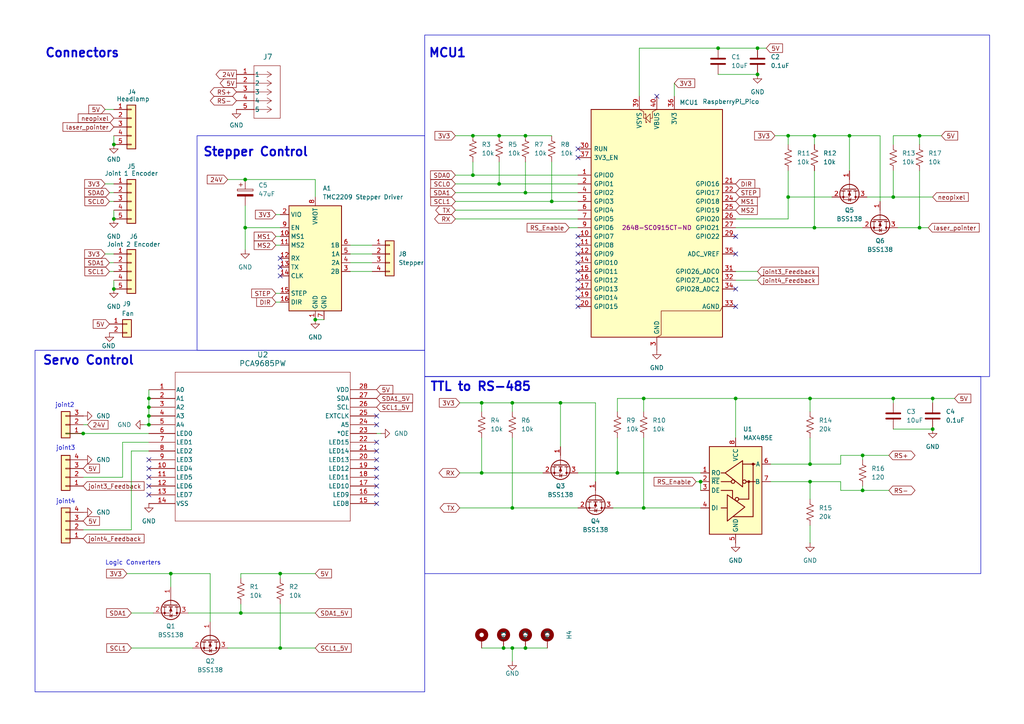
<source format=kicad_sch>
(kicad_sch (version 20250114) (generator "eeschema") (generator_version "9.0")
  (paper "A4")
  (rectangle (start 57.15 39.37) (end 123.19 101.6))
  (rectangle (start 123.19 109.22) (end 284.48 166.37))
  (rectangle (start 123.19 10.16) (end 287.02 109.22))
  (rectangle (start 10.16 101.6) (end 123.19 200.66))
  (text "MCU1" (at 129.794 15.494 0) (effects (font (size 2.54 2.54) (thickness 0.508) (bold yes))))
  (text "TTL to RS-485\n" (at 139.446 112.268 0) (effects (font (size 2.54 2.54) (thickness 0.508) (bold yes))))
  (text "joint3" (at 19.05 130.048 0) (effects (font (size 1.27 1.27))))
  (text "joint2" (at 18.796 117.602 0) (effects (font (size 1.27 1.27))))
  (text "Servo Control" (at 25.654 104.648 0) (effects (font (size 2.54 2.54) (thickness 0.508) (bold yes))))
  (text "joint4" (at 19.05 145.542 0) (effects (font (size 1.27 1.27))))
  (text "Logic Converters" (at 38.608 163.322 0) (effects (font (size 1.27 1.27))))
  (text "Stepper Control" (at 74.168 44.196 0) (effects (font (size 2.54 2.54) (thickness 0.508) (bold yes))))
  (text "Connectors" (at 23.876 15.494 0) (effects (font (size 2.54 2.54) (thickness 0.508) (bold yes))))
  (junction (at 71.12 52.07))
  (junction (at 24.13 125.73))
  (junction (at 250.19 142.24))
  (junction (at 234.95 115.57))
  (junction (at 270.51 124.46))
  (junction (at 139.7 116.84))
  (junction (at 208.28 13.97))
  (junction (at 234.95 134.62))
  (junction (at 49.53 166.37))
  (junction (at 266.7 39.37))
  (junction (at 160.02 58.42))
  (junction (at 236.22 66.04))
  (junction (at 137.16 39.37))
  (junction (at 186.69 147.32))
  (junction (at 270.51 115.57))
  (junction (at 43.18 115.57))
  (junction (at 91.44 92.71))
  (junction (at 266.7 66.04))
  (junction (at 228.6 39.37))
  (junction (at 71.12 66.04))
  (junction (at 137.16 50.8))
  (junction (at 219.71 13.97))
  (junction (at 148.59 116.84))
  (junction (at 246.38 39.37))
  (junction (at 144.78 53.34))
  (junction (at 228.6 57.15))
  (junction (at 259.08 115.57))
  (junction (at 179.07 137.16))
  (junction (at 69.85 177.8))
  (junction (at 148.59 147.32))
  (junction (at 203.2 139.7))
  (junction (at 250.19 132.08))
  (junction (at 81.28 166.37))
  (junction (at 43.18 120.65))
  (junction (at 236.22 39.37))
  (junction (at 152.4 187.96))
  (junction (at 152.4 55.88))
  (junction (at 144.78 39.37))
  (junction (at 148.59 187.96))
  (junction (at 146.05 187.96))
  (junction (at 234.95 139.7))
  (junction (at 162.56 116.84))
  (junction (at 139.7 137.16))
  (junction (at 219.71 21.59))
  (junction (at 33.02 63.5))
  (junction (at 43.18 123.19))
  (junction (at 81.28 187.96))
  (junction (at 152.4 39.37))
  (junction (at 33.02 41.91))
  (junction (at 259.08 57.15))
  (junction (at 43.18 118.11))
  (junction (at 213.36 115.57))
  (junction (at 186.69 115.57))
  (junction (at 33.02 83.82))
  (no_connect (at 167.64 78.74))
  (no_connect (at 167.64 71.12))
  (no_connect (at 109.22 130.81))
  (no_connect (at 43.18 133.35))
  (no_connect (at 213.36 88.9))
  (no_connect (at 81.28 74.93))
  (no_connect (at 213.36 68.58))
  (no_connect (at 109.22 140.97))
  (no_connect (at 81.28 80.01))
  (no_connect (at 109.22 133.35))
  (no_connect (at 167.64 88.9))
  (no_connect (at 43.18 143.51))
  (no_connect (at 167.64 86.36))
  (no_connect (at 109.22 143.51))
  (no_connect (at 81.28 77.47))
  (no_connect (at 109.22 135.89))
  (no_connect (at 109.22 138.43))
  (no_connect (at 109.22 120.65))
  (no_connect (at 109.22 123.19))
  (no_connect (at 109.22 146.05))
  (no_connect (at 167.64 45.72))
  (no_connect (at 167.64 68.58))
  (no_connect (at 167.64 73.66))
  (no_connect (at 190.5 27.94))
  (no_connect (at 167.64 81.28))
  (no_connect (at 43.18 140.97))
  (no_connect (at 43.18 135.89))
  (no_connect (at 167.64 43.18))
  (no_connect (at 43.18 138.43))
  (no_connect (at 167.64 76.2))
  (no_connect (at 109.22 128.27))
  (no_connect (at 213.36 73.66))
  (no_connect (at 167.64 83.82))
  (no_connect (at 213.36 83.82))
  (wire (pts (xy 132.08 63.5) (xy 167.64 63.5)))
  (wire (pts (xy 236.22 39.37) (xy 246.38 39.37)))
  (wire (pts (xy 25.4 123.19) (xy 24.13 123.19)))
  (wire (pts (xy 234.95 157.48) (xy 234.95 152.4)))
  (wire (pts (xy 223.52 139.7) (xy 234.95 139.7)))
  (wire (pts (xy 160.02 58.42) (xy 167.64 58.42)))
  (wire (pts (xy 228.6 57.15) (xy 228.6 63.5)))
  (wire (pts (xy 250.19 142.24) (xy 257.81 142.24)))
  (wire (pts (xy 132.08 55.88) (xy 152.4 55.88)))
  (wire (pts (xy 179.07 115.57) (xy 179.07 119.38)))
  (wire (pts (xy 234.95 134.62) (xy 243.84 134.62)))
  (wire (pts (xy 101.6 71.12) (xy 107.95 71.12)))
  (wire (pts (xy 38.1 153.67) (xy 24.13 153.67)))
  (wire (pts (xy 186.69 115.57) (xy 213.36 115.57)))
  (wire (pts (xy 139.7 187.96) (xy 146.05 187.96)))
  (wire (pts (xy 148.59 147.32) (xy 167.64 147.32)))
  (wire (pts (xy 43.18 118.11) (xy 43.18 120.65)))
  (wire (pts (xy 139.7 137.16) (xy 157.48 137.16)))
  (wire (pts (xy 43.18 128.27) (xy 35.56 128.27)))
  (wire (pts (xy 137.16 50.8) (xy 167.64 50.8)))
  (wire (pts (xy 185.42 13.97) (xy 185.42 27.94)))
  (wire (pts (xy 234.95 144.78) (xy 234.95 139.7)))
  (wire (pts (xy 228.6 39.37) (xy 236.22 39.37)))
  (wire (pts (xy 201.93 139.7) (xy 203.2 139.7)))
  (wire (pts (xy 152.4 187.96) (xy 158.75 187.96)))
  (wire (pts (xy 246.38 39.37) (xy 255.27 39.37)))
  (wire (pts (xy 266.7 49.53) (xy 266.7 66.04)))
  (wire (pts (xy 148.59 116.84) (xy 148.59 119.38)))
  (wire (pts (xy 80.01 85.09) (xy 81.28 85.09)))
  (wire (pts (xy 41.91 123.19) (xy 43.18 123.19)))
  (wire (pts (xy 259.08 115.57) (xy 270.51 115.57)))
  (wire (pts (xy 33.02 53.34) (xy 30.48 53.34)))
  (wire (pts (xy 186.69 127) (xy 186.69 147.32)))
  (wire (pts (xy 66.04 187.96) (xy 81.28 187.96)))
  (wire (pts (xy 236.22 66.04) (xy 250.19 66.04)))
  (wire (pts (xy 266.7 39.37) (xy 273.05 39.37)))
  (wire (pts (xy 31.75 76.2) (xy 33.02 76.2)))
  (wire (pts (xy 69.85 175.26) (xy 69.85 177.8)))
  (wire (pts (xy 234.95 115.57) (xy 234.95 119.38)))
  (wire (pts (xy 219.71 81.28) (xy 213.36 81.28)))
  (wire (pts (xy 162.56 116.84) (xy 172.72 116.84)))
  (wire (pts (xy 33.02 63.5) (xy 33.02 60.96)))
  (wire (pts (xy 179.07 115.57) (xy 186.69 115.57)))
  (wire (pts (xy 31.75 78.74) (xy 33.02 78.74)))
  (wire (pts (xy 246.38 39.37) (xy 246.38 49.53)))
  (wire (pts (xy 69.85 166.37) (xy 69.85 167.64)))
  (wire (pts (xy 91.44 92.71) (xy 93.98 92.71)))
  (wire (pts (xy 49.53 166.37) (xy 49.53 170.18)))
  (wire (pts (xy 228.6 39.37) (xy 228.6 41.91)))
  (wire (pts (xy 186.69 115.57) (xy 186.69 119.38)))
  (wire (pts (xy 179.07 137.16) (xy 203.2 137.16)))
  (wire (pts (xy 270.51 115.57) (xy 270.51 116.84)))
  (wire (pts (xy 259.08 49.53) (xy 259.08 57.15)))
  (wire (pts (xy 259.08 57.15) (xy 270.51 57.15)))
  (wire (pts (xy 33.02 39.37) (xy 33.02 41.91)))
  (wire (pts (xy 222.25 13.97) (xy 219.71 13.97)))
  (wire (pts (xy 133.35 116.84) (xy 139.7 116.84)))
  (wire (pts (xy 69.85 177.8) (xy 91.44 177.8)))
  (wire (pts (xy 54.61 177.8) (xy 69.85 177.8)))
  (wire (pts (xy 195.58 24.13) (xy 195.58 27.94)))
  (wire (pts (xy 203.2 139.7) (xy 203.2 142.24)))
  (wire (pts (xy 266.7 66.04) (xy 260.35 66.04)))
  (wire (pts (xy 208.28 21.59) (xy 219.71 21.59)))
  (wire (pts (xy 266.7 66.04) (xy 269.24 66.04)))
  (wire (pts (xy 81.28 166.37) (xy 81.28 167.64)))
  (wire (pts (xy 259.08 115.57) (xy 259.08 116.84)))
  (wire (pts (xy 80.01 68.58) (xy 81.28 68.58)))
  (wire (pts (xy 132.08 50.8) (xy 137.16 50.8)))
  (wire (pts (xy 132.08 60.96) (xy 167.64 60.96)))
  (wire (pts (xy 223.52 134.62) (xy 234.95 134.62)))
  (wire (pts (xy 148.59 191.77) (xy 148.59 187.96)))
  (wire (pts (xy 69.85 166.37) (xy 81.28 166.37)))
  (wire (pts (xy 81.28 175.26) (xy 81.28 187.96)))
  (wire (pts (xy 137.16 39.37) (xy 144.78 39.37)))
  (wire (pts (xy 81.28 166.37) (xy 91.44 166.37)))
  (wire (pts (xy 35.56 128.27) (xy 35.56 138.43)))
  (wire (pts (xy 66.04 52.07) (xy 71.12 52.07)))
  (wire (pts (xy 162.56 116.84) (xy 162.56 129.54)))
  (wire (pts (xy 152.4 46.99) (xy 152.4 55.88)))
  (wire (pts (xy 250.19 140.97) (xy 250.19 142.24)))
  (wire (pts (xy 177.8 147.32) (xy 186.69 147.32)))
  (wire (pts (xy 137.16 46.99) (xy 137.16 50.8)))
  (wire (pts (xy 186.69 147.32) (xy 203.2 147.32)))
  (wire (pts (xy 152.4 39.37) (xy 160.02 39.37)))
  (wire (pts (xy 38.1 177.8) (xy 44.45 177.8)))
  (wire (pts (xy 266.7 39.37) (xy 259.08 39.37)))
  (wire (pts (xy 30.48 73.66) (xy 33.02 73.66)))
  (wire (pts (xy 80.01 87.63) (xy 81.28 87.63)))
  (wire (pts (xy 228.6 57.15) (xy 241.3 57.15)))
  (wire (pts (xy 276.86 115.57) (xy 270.51 115.57)))
  (wire (pts (xy 228.6 63.5) (xy 213.36 63.5)))
  (wire (pts (xy 250.19 132.08) (xy 257.81 132.08)))
  (wire (pts (xy 179.07 127) (xy 179.07 137.16)))
  (wire (pts (xy 213.36 115.57) (xy 213.36 127)))
  (wire (pts (xy 38.1 130.81) (xy 38.1 153.67)))
  (wire (pts (xy 243.84 132.08) (xy 243.84 134.62)))
  (wire (pts (xy 43.18 130.81) (xy 38.1 130.81)))
  (wire (pts (xy 33.02 81.28) (xy 33.02 83.82)))
  (wire (pts (xy 255.27 58.42) (xy 255.27 39.37)))
  (wire (pts (xy 236.22 39.37) (xy 236.22 41.91)))
  (wire (pts (xy 133.35 147.32) (xy 148.59 147.32)))
  (wire (pts (xy 236.22 66.04) (xy 213.36 66.04)))
  (wire (pts (xy 60.96 166.37) (xy 60.96 180.34)))
  (wire (pts (xy 133.35 137.16) (xy 139.7 137.16)))
  (wire (pts (xy 250.19 132.08) (xy 250.19 133.35)))
  (wire (pts (xy 152.4 55.88) (xy 167.64 55.88)))
  (wire (pts (xy 101.6 76.2) (xy 107.95 76.2)))
  (wire (pts (xy 19.05 125.73) (xy 24.13 125.73)))
  (wire (pts (xy 144.78 39.37) (xy 152.4 39.37)))
  (wire (pts (xy 148.59 127) (xy 148.59 147.32)))
  (wire (pts (xy 243.84 132.08) (xy 250.19 132.08)))
  (wire (pts (xy 172.72 116.84) (xy 172.72 139.7)))
  (wire (pts (xy 81.28 66.04) (xy 71.12 66.04)))
  (wire (pts (xy 259.08 124.46) (xy 270.51 124.46)))
  (wire (pts (xy 243.84 142.24) (xy 250.19 142.24)))
  (wire (pts (xy 35.56 138.43) (xy 24.13 138.43)))
  (wire (pts (xy 148.59 187.96) (xy 152.4 187.96)))
  (wire (pts (xy 165.1 66.04) (xy 167.64 66.04)))
  (wire (pts (xy 33.02 55.88) (xy 31.75 55.88)))
  (wire (pts (xy 33.02 58.42) (xy 31.75 58.42)))
  (wire (pts (xy 228.6 49.53) (xy 228.6 57.15)))
  (wire (pts (xy 139.7 127) (xy 139.7 137.16)))
  (wire (pts (xy 81.28 187.96) (xy 91.44 187.96)))
  (wire (pts (xy 71.12 52.07) (xy 91.44 52.07)))
  (wire (pts (xy 132.08 53.34) (xy 144.78 53.34)))
  (wire (pts (xy 144.78 53.34) (xy 167.64 53.34)))
  (wire (pts (xy 132.08 39.37) (xy 137.16 39.37)))
  (wire (pts (xy 43.18 120.65) (xy 43.18 123.19)))
  (wire (pts (xy 101.6 78.74) (xy 107.95 78.74)))
  (wire (pts (xy 266.7 39.37) (xy 266.7 41.91)))
  (wire (pts (xy 71.12 66.04) (xy 71.12 59.69)))
  (wire (pts (xy 144.78 46.99) (xy 144.78 53.34)))
  (wire (pts (xy 243.84 142.24) (xy 243.84 139.7)))
  (wire (pts (xy 160.02 46.99) (xy 160.02 58.42)))
  (wire (pts (xy 148.59 187.96) (xy 146.05 187.96)))
  (wire (pts (xy 219.71 13.97) (xy 208.28 13.97)))
  (wire (pts (xy 139.7 116.84) (xy 139.7 119.38)))
  (wire (pts (xy 224.79 39.37) (xy 228.6 39.37)))
  (wire (pts (xy 101.6 73.66) (xy 107.95 73.66)))
  (wire (pts (xy 259.08 57.15) (xy 251.46 57.15)))
  (wire (pts (xy 80.01 62.23) (xy 81.28 62.23)))
  (wire (pts (xy 148.59 116.84) (xy 162.56 116.84)))
  (wire (pts (xy 236.22 49.53) (xy 236.22 66.04)))
  (wire (pts (xy 43.18 113.03) (xy 43.18 115.57)))
  (wire (pts (xy 234.95 115.57) (xy 259.08 115.57)))
  (wire (pts (xy 110.49 125.73) (xy 109.22 125.73)))
  (wire (pts (xy 71.12 66.04) (xy 71.12 72.39)))
  (wire (pts (xy 259.08 39.37) (xy 259.08 41.91)))
  (wire (pts (xy 132.08 58.42) (xy 160.02 58.42)))
  (wire (pts (xy 80.01 71.12) (xy 81.28 71.12)))
  (wire (pts (xy 36.83 166.37) (xy 49.53 166.37)))
  (wire (pts (xy 185.42 13.97) (xy 208.28 13.97)))
  (wire (pts (xy 167.64 137.16) (xy 179.07 137.16)))
  (wire (pts (xy 38.1 187.96) (xy 55.88 187.96)))
  (wire (pts (xy 43.18 115.57) (xy 43.18 118.11)))
  (wire (pts (xy 49.53 166.37) (xy 60.96 166.37)))
  (wire (pts (xy 234.95 127) (xy 234.95 134.62)))
  (wire (pts (xy 24.13 125.73) (xy 43.18 125.73)))
  (wire (pts (xy 139.7 116.84) (xy 148.59 116.84)))
  (wire (pts (xy 234.95 139.7) (xy 243.84 139.7)))
  (wire (pts (xy 213.36 115.57) (xy 234.95 115.57)))
  (wire (pts (xy 30.48 31.75) (xy 33.02 31.75)))
  (wire (pts (xy 219.71 78.74) (xy 213.36 78.74)))
  (wire (pts (xy 91.44 57.15) (xy 91.44 52.07)))
  (global_label "MS1" (shape input) (at 213.36 58.42 0) (property "Intersheetrefs" "${INTERSHEET_REFS}" (effects (hide yes))))
  (global_label "DIR" (shape input) (at 80.01 87.63 180) (property "Intersheetrefs" "${INTERSHEET_REFS}" (effects (hide yes))))
  (global_label "joint3_Feedback" (shape input) (at 219.71 78.74 0) (property "Intersheetrefs" "${INTERSHEET_REFS}" (effects (hide yes))))
  (global_label "5V" (shape input) (at 276.86 115.57 0) (property "Intersheetrefs" "${INTERSHEET_REFS}" (effects (hide yes))))
  (global_label "SDA1" (shape input) (at 31.75 76.2 180) (property "Intersheetrefs" "${INTERSHEET_REFS}" (effects (hide yes))))
  (global_label "5V" (shape input) (at 222.25 13.97 0) (property "Intersheetrefs" "${INTERSHEET_REFS}" (effects (hide yes))))
  (global_label "5V" (shape input) (at 30.48 31.75 180) (property "Intersheetrefs" "${INTERSHEET_REFS}" (effects (hide yes))))
  (global_label "5V" (shape input) (at 273.05 39.37 0) (property "Intersheetrefs" "${INTERSHEET_REFS}" (effects (hide yes))))
  (global_label "RS-" (shape bidirectional) (at 257.81 142.24 0) (property "Intersheetrefs" "${INTERSHEET_REFS}" (effects (hide yes))))
  (global_label "TX" (shape bidirectional) (at 133.35 147.32 180) (property "Intersheetrefs" "${INTERSHEET_REFS}" (effects (hide yes))))
  (global_label "3V3" (shape input) (at 80.01 62.23 180) (property "Intersheetrefs" "${INTERSHEET_REFS}" (effects (hide yes))))
  (global_label "DIR" (shape input) (at 213.36 53.34 0) (property "Intersheetrefs" "${INTERSHEET_REFS}" (effects (hide yes))))
  (global_label "SCL0" (shape input) (at 31.75 58.42 180) (property "Intersheetrefs" "${INTERSHEET_REFS}" (effects (hide yes))))
  (global_label "3V3" (shape input) (at 30.48 73.66 180) (property "Intersheetrefs" "${INTERSHEET_REFS}" (effects (hide yes))))
  (global_label "SCL1" (shape input) (at 38.1 187.96 180) (property "Intersheetrefs" "${INTERSHEET_REFS}" (effects (hide yes))))
  (global_label "3V3" (shape input) (at 133.35 116.84 180) (property "Intersheetrefs" "${INTERSHEET_REFS}" (effects (hide yes))))
  (global_label "3V3" (shape input) (at 224.79 39.37 180) (property "Intersheetrefs" "${INTERSHEET_REFS}" (effects (hide yes))))
  (global_label "24V" (shape output) (at 68.58 21.59 180) (property "Intersheetrefs" "${INTERSHEET_REFS}" (effects (hide yes))))
  (global_label "SDA1" (shape input) (at 38.1 177.8 180) (property "Intersheetrefs" "${INTERSHEET_REFS}" (effects (hide yes))))
  (global_label "5V" (shape input) (at 91.44 166.37 0) (property "Intersheetrefs" "${INTERSHEET_REFS}" (effects (hide yes))))
  (global_label "neopixel" (shape input) (at 33.02 34.29 180) (property "Intersheetrefs" "${INTERSHEET_REFS}" (effects (hide yes))))
  (global_label "5V" (shape output) (at 68.58 24.13 180) (property "Intersheetrefs" "${INTERSHEET_REFS}" (effects (hide yes))))
  (global_label "TX" (shape bidirectional) (at 132.08 60.96 180) (property "Intersheetrefs" "${INTERSHEET_REFS}" (effects (hide yes))))
  (global_label "joint4_Feedback" (shape input) (at 24.13 156.21 0) (property "Intersheetrefs" "${INTERSHEET_REFS}" (effects (hide yes))))
  (global_label "RS+" (shape bidirectional) (at 68.58 26.67 180) (property "Intersheetrefs" "${INTERSHEET_REFS}" (effects (hide yes))))
  (global_label "3V3" (shape input) (at 30.48 53.34 180) (property "Intersheetrefs" "${INTERSHEET_REFS}" (effects (hide yes))))
  (global_label "SCL1_5V" (shape input) (at 91.44 187.96 0) (property "Intersheetrefs" "${INTERSHEET_REFS}" (effects (hide yes))))
  (global_label "SCL1_5V" (shape input) (at 109.22 118.11 0) (property "Intersheetrefs" "${INTERSHEET_REFS}" (effects (hide yes))))
  (global_label "laser_pointer" (shape input) (at 33.02 36.83 180) (property "Intersheetrefs" "${INTERSHEET_REFS}" (effects (hide yes))))
  (global_label "RS-" (shape bidirectional) (at 68.58 29.21 180) (property "Intersheetrefs" "${INTERSHEET_REFS}" (effects (hide yes))))
  (global_label "24V" (shape input) (at 66.04 52.07 180) (property "Intersheetrefs" "${INTERSHEET_REFS}" (effects (hide yes))))
  (global_label "SDA1_5V" (shape input) (at 91.44 177.8 0) (property "Intersheetrefs" "${INTERSHEET_REFS}" (effects (hide yes))))
  (global_label "5V" (shape input) (at 24.13 135.89 0) (property "Intersheetrefs" "${INTERSHEET_REFS}" (effects (hide yes))))
  (global_label "RX" (shape bidirectional) (at 133.35 137.16 180) (property "Intersheetrefs" "${INTERSHEET_REFS}" (effects (hide yes))))
  (global_label "5V" (shape input) (at 31.75 93.98 180) (property "Intersheetrefs" "${INTERSHEET_REFS}" (effects (hide yes))))
  (global_label "joint3_Feedback" (shape input) (at 24.13 140.97 0) (property "Intersheetrefs" "${INTERSHEET_REFS}" (effects (hide yes))))
  (global_label "MS2" (shape input) (at 80.01 71.12 180) (property "Intersheetrefs" "${INTERSHEET_REFS}" (effects (hide yes))))
  (global_label "MS1" (shape input) (at 80.01 68.58 180) (property "Intersheetrefs" "${INTERSHEET_REFS}" (effects (hide yes))))
  (global_label "SDA1_5V" (shape input) (at 109.22 115.57 0) (property "Intersheetrefs" "${INTERSHEET_REFS}" (effects (hide yes))))
  (global_label "SCL1" (shape input) (at 132.08 58.42 180) (property "Intersheetrefs" "${INTERSHEET_REFS}" (effects (hide yes))))
  (global_label "joint4_Feedback" (shape input) (at 219.71 81.28 0) (property "Intersheetrefs" "${INTERSHEET_REFS}" (effects (hide yes))))
  (global_label "RX" (shape bidirectional) (at 132.08 63.5 180) (property "Intersheetrefs" "${INTERSHEET_REFS}" (effects (hide yes))))
  (global_label "MS2" (shape input) (at 213.36 60.96 0) (property "Intersheetrefs" "${INTERSHEET_REFS}" (effects (hide yes))))
  (global_label "3V3" (shape input) (at 36.83 166.37 180) (property "Intersheetrefs" "${INTERSHEET_REFS}" (effects (hide yes))))
  (global_label "SDA1" (shape input) (at 132.08 55.88 180) (property "Intersheetrefs" "${INTERSHEET_REFS}" (effects (hide yes))))
  (global_label "laser_pointer" (shape input) (at 269.24 66.04 0) (property "Intersheetrefs" "${INTERSHEET_REFS}" (effects (hide yes))))
  (global_label "SCL1" (shape input) (at 31.75 78.74 180) (property "Intersheetrefs" "${INTERSHEET_REFS}" (effects (hide yes))))
  (global_label "5V" (shape input) (at 109.22 113.03 0) (property "Intersheetrefs" "${INTERSHEET_REFS}" (effects (hide yes))))
  (global_label "SDA0" (shape input) (at 31.75 55.88 180) (property "Intersheetrefs" "${INTERSHEET_REFS}" (effects (hide yes))))
  (global_label "neopixel" (shape input) (at 270.51 57.15 0) (property "Intersheetrefs" "${INTERSHEET_REFS}" (effects (hide yes))))
  (global_label "3V3" (shape input) (at 132.08 39.37 180) (property "Intersheetrefs" "${INTERSHEET_REFS}" (effects (hide yes))))
  (global_label "24V" (shape input) (at 25.4 123.19 0) (property "Intersheetrefs" "${INTERSHEET_REFS}" (effects (hide yes))))
  (global_label "STEP" (shape input) (at 80.01 85.09 180) (property "Intersheetrefs" "${INTERSHEET_REFS}" (effects (hide yes))))
  (global_label "RS+" (shape bidirectional) (at 257.81 132.08 0) (property "Intersheetrefs" "${INTERSHEET_REFS}" (effects (hide yes))))
  (global_label "3V3" (shape input) (at 195.58 24.13 0) (property "Intersheetrefs" "${INTERSHEET_REFS}" (effects (hide yes))))
  (global_label "5V" (shape input) (at 24.13 151.13 0) (property "Intersheetrefs" "${INTERSHEET_REFS}" (effects (hide yes))))
  (global_label "STEP" (shape input) (at 213.36 55.88 0) (property "Intersheetrefs" "${INTERSHEET_REFS}" (effects (hide yes))))
  (global_label "SDA0" (shape input) (at 132.08 50.8 180) (property "Intersheetrefs" "${INTERSHEET_REFS}" (effects (hide yes))))
  (global_label "RS_Enable" (shape input) (at 201.93 139.7 180) (property "Intersheetrefs" "${INTERSHEET_REFS}" (effects (hide yes))))
  (global_label "RS_Enable" (shape input) (at 165.1 66.04 180) (property "Intersheetrefs" "${INTERSHEET_REFS}" (effects (hide yes))))
  (global_label "SCL0" (shape input) (at 132.08 53.34 180) (property "Intersheetrefs" "${INTERSHEET_REFS}" (effects (hide yes))))
  (symbol (lib_id "Connector_Generic:Conn_01x02") (at 36.83 93.98 0) (unit 1)
    (property "Reference" "J9" (at 35.56 88.138 0) (effects (justify left)))
    (property "Value" "Fan" (at 35.306 90.932 0) (effects (justify left)))
    (property "Footprint" "Connector_PinSocket_2.54mm:PinSocket_1x02_P2.54mm_Vertical" (effects (hide yes)))
    (property "Description" "Generic connector, single row, 01x02, script generated (kicad-library-utils/schlib/autogen/connector/)" (effects (hide yes)))
  )
  (symbol (lib_id "Device:R_US") (at 139.7 123.19 0) (unit 1)
    (property "Reference" "R4" (at 142.24 121.9199 0) (effects (justify left)))
    (property "Value" "10k" (at 142.24 124.4599 0) (effects (justify left)))
    (property "Footprint" "Resistor_SMD:R_0805_2012Metric" (effects (hide yes)))
    (property "Description" "Resistor, US symbol" (effects (hide yes)))
    (property "Digikey Part Number" "YAG2132CT-ND" (effects (hide yes)))
  )
  (symbol (lib_id "Device:R_US") (at 234.95 123.19 0) (unit 1)
    (property "Reference" "R14" (at 237.49 121.9199 0) (effects (justify left)))
    (property "Value" "20k" (at 237.49 124.4599 0) (effects (justify left)))
    (property "Footprint" "Resistor_SMD:R_0805_2012Metric" (effects (hide yes)))
    (property "Description" "Resistor, US symbol" (effects (hide yes)))
    (property "Digikey Part Number" "13-RC0805FR-1020KLCT-ND" (effects (hide yes)))
  )
  (symbol (lib_id "Device:R_US") (at 160.02 43.18 0) (unit 1)
    (property "Reference" "R8" (at 162.56 41.9099 0) (effects (justify left)))
    (property "Value" "10k" (at 162.56 44.4499 0) (effects (justify left)))
    (property "Footprint" "Resistor_SMD:R_0805_2012Metric" (effects (hide yes)))
    (property "Description" "Resistor, US symbol" (effects (hide yes)))
    (property "Digikey Part Number" "YAG2132CT-ND" (effects (hide yes)))
  )
  (symbol (lib_id "AlecLib:TMC2209") (at 91.44 72.39 0) (unit 1)
    (property "Reference" "A1" (at 93.5833 54.61 0) (effects (justify left)))
    (property "Value" "TMC2209 Stepper Driver" (at 93.5833 57.15 0) (effects (justify left)))
    (property "Footprint" "Module:Pololu_Breakout-16_15.2x20.3mm" (effects (hide yes)))
  )
  (symbol (lib_id "Device:R_US") (at 152.4 43.18 0) (unit 1)
    (property "Reference" "R7" (at 154.94 41.9099 0) (effects (justify left)))
    (property "Value" "10k" (at 154.94 44.4499 0) (effects (justify left)))
    (property "Footprint" "Resistor_SMD:R_0805_2012Metric" (effects (hide yes)))
    (property "Description" "Resistor, US symbol" (effects (hide yes)))
    (property "Digikey Part Number" "YAG2132CT-ND" (effects (hide yes)))
  )
  (symbol (lib_id "Transistor_FET:BSS138") (at 49.53 175.26 270) (unit 1)
    (property "Reference" "Q1" (at 49.53 181.61 90))
    (property "Value" "BSS138" (at 49.53 184.15 90))
    (property "Footprint" "Package_TO_SOT_SMD:SOT-23-3" (effects (hide yes)))
    (property "Datasheet" "https://www.onsemi.com/pub/Collateral/BSS138-D.PDF" (effects (hide yes)))
    (property "Description" "50V Vds, 0.22A Id, N-Channel MOSFET, SOT-23" (effects (hide yes)))
    (property "Digikey Part Number" "BSS138-FDICT-ND" (effects (hide yes)))
  )
  (symbol (lib_id "power:GND") (at 33.02 41.91 0) (unit 1)
    (property "Reference" "#PWR04" (effects (hide yes)))
    (property "Value" "GND" (at 33.02 46.228 0))
    (property "Description" "Power symbol creates a global label with name \"GND\" , ground" (effects (hide yes)))
  )
  (symbol (lib_id "Mechanical:MountingHole_Pad") (at 139.7 185.42 0) (unit 1) (exclude_from_sim yes) (in_bom no)
    (property "Reference" "H1" (at 146.05 184.15 90))
    (property "Value" "MountingHole_Pad" (effects (hide yes)))
    (property "Footprint" "MountingHole:MountingHole_3.2mm_M3_DIN965_Pad_TopBottom" (effects (hide yes)))
    (property "Description" "Mounting Hole with connection" (effects (hide yes)))
  )
  (symbol (lib_id "power:GND") (at 213.36 157.48 0) (unit 1)
    (property "Reference" "#PWR015" (effects (hide yes)))
    (property "Value" "GND" (at 213.36 162.56 0))
    (property "Description" "Power symbol creates a global label with name \"GND\" , ground" (effects (hide yes)))
  )
  (symbol (lib_id "power:GND") (at 33.02 63.5 0) (unit 1)
    (property "Reference" "#PWR05" (effects (hide yes)))
    (property "Value" "GND" (at 33.02 68.58 0))
    (property "Description" "Power symbol creates a global label with name \"GND\" , ground" (effects (hide yes)))
  )
  (symbol (lib_id "MCU_Module:RaspberryPi_Pico") (at 190.5 66.04 0) (unit 1)
    (property "Reference" "MCU1" (at 197.104 29.718 0) (effects (justify left)))
    (property "Value" "RaspberryPi_Pico" (at 203.708 29.464 0) (effects (justify left)))
    (property "Footprint" "Module:RaspberryPi_Pico_Common_Unspecified" (effects (hide yes)))
    (property "Datasheet" "https://datasheets.raspberrypi.com/pico/pico-datasheet.pdf" (effects (hide yes)))
    (property "Description" "Versatile and inexpensive microcontroller module powered by RP2040 dual-core Arm Cortex-M0+ processor up to 133 MHz, 264kB SRAM, 2MB QSPI flash; also supports Raspberry Pi Pico 2" (effects (hide yes)))
    (property "Digikey Part Number" "2648-SC0915CT-ND" (at 190.5 66.04 0))
  )
  (symbol (lib_id "Device:C") (at 259.08 120.65 0) (unit 1)
    (property "Reference" "C3" (at 262.89 119.3799 0) (effects (justify left)))
    (property "Value" "10uF" (at 262.89 121.9199 0) (effects (justify left)))
    (property "Footprint" "Capacitor_SMD:C_0805_2012Metric" (effects (hide yes)))
    (property "Description" "Unpolarized capacitor" (effects (hide yes)))
    (property "Digikey Part Number" "399-C0805C106K4PACTUCT-ND" (effects (hide yes)))
  )
  (symbol (lib_id "Transistor_FET:BSS138") (at 172.72 144.78 270) (unit 1)
    (property "Reference" "Q4" (at 172.72 151.13 90))
    (property "Value" "BSS138" (at 172.72 153.67 90))
    (property "Footprint" "Package_TO_SOT_SMD:SOT-23-3" (effects (hide yes)))
    (property "Datasheet" "https://www.onsemi.com/pub/Collateral/BSS138-D.PDF" (effects (hide yes)))
    (property "Description" "50V Vds, 0.22A Id, N-Channel MOSFET, SOT-23" (effects (hide yes)))
    (property "Digikey Part Number" "BSS138-FDICT-ND" (effects (hide yes)))
  )
  (symbol (lib_id "Device:R_US") (at 144.78 43.18 0) (unit 1)
    (property "Reference" "R5" (at 147.32 41.9099 0) (effects (justify left)))
    (property "Value" "10k" (at 147.32 44.4499 0) (effects (justify left)))
    (property "Footprint" "Resistor_SMD:R_0805_2012Metric" (effects (hide yes)))
    (property "Description" "Resistor, US symbol" (effects (hide yes)))
    (property "Digikey Part Number" "YAG2132CT-ND" (effects (hide yes)))
  )
  (symbol (lib_id "Connector_Generic:Conn_01x03") (at 19.05 123.19 180) (unit 1)
    (property "Reference" "J1" (effects (hide yes)))
    (property "Value" "joint2" (effects (hide yes)))
    (property "Footprint" "Connector_PinSocket_2.54mm:PinSocket_1x03_P2.54mm_Vertical" (effects (hide yes)))
    (property "PART-NUMBER" "M20-9990345" (effects (hide yes)))
  )
  (symbol (lib_id "power:GND") (at 24.13 148.59 90) (unit 1)
    (property "Reference" "#PWR03" (effects (hide yes)))
    (property "Value" "GND" (at 27.94 148.5899 90) (effects (justify right)))
    (property "Description" "Power symbol creates a global label with name \"GND\" , ground" (effects (hide yes)))
  )
  (symbol (lib_id "power:GND") (at 148.59 191.77 0) (unit 1)
    (property "Reference" "#PWR013" (effects (hide yes)))
    (property "Value" "GND" (at 146.558 195.326 0) (effects (justify left)))
    (property "Description" "Power symbol creates a global label with name \"GND\" , ground" (effects (hide yes)))
  )
  (symbol (lib_id "Device:R_US") (at 179.07 123.19 0) (unit 1)
    (property "Reference" "R9" (at 181.61 121.9199 0) (effects (justify left)))
    (property "Value" "10k" (at 181.61 124.4599 0) (effects (justify left)))
    (property "Footprint" "Resistor_SMD:R_0805_2012Metric" (effects (hide yes)))
    (property "Description" "Resistor, US symbol" (effects (hide yes)))
    (property "Digikey Part Number" "YAG2132CT-ND" (effects (hide yes)))
  )
  (symbol (lib_id "Device:R_US") (at 259.08 45.72 0) (unit 1)
    (property "Reference" "R13" (at 261.62 44.4499 0) (effects (justify left)))
    (property "Value" "10k" (at 261.62 46.9899 0) (effects (justify left)))
    (property "Footprint" "Resistor_SMD:R_0805_2012Metric" (effects (hide yes)))
    (property "Description" "Resistor, US symbol" (effects (hide yes)))
    (property "Digikey Part Number" "YAG2132CT-ND" (effects (hide yes)))
  )
  (symbol (lib_id "Device:R_US") (at 250.19 137.16 0) (unit 1)
    (property "Reference" "R16" (at 252.73 135.8899 0) (effects (justify left)))
    (property "Value" "120" (at 252.73 138.4299 0) (effects (justify left)))
    (property "Footprint" "Resistor_SMD:R_0805_2012Metric" (effects (hide yes)))
    (property "Description" "Resistor, US symbol" (effects (hide yes)))
    (property "Digikey Part Number" "13-RC0805FR-1020KLCT-ND" (effects (hide yes)))
  )
  (symbol (lib_id "Device:C_Polarized") (at 71.12 55.88 0) (unit 1)
    (property "Reference" "C5" (at 74.93 53.7209 0) (effects (justify left)))
    (property "Value" "47uF" (at 74.93 56.2609 0) (effects (justify left)))
    (property "Footprint" "Alec_lib:CAP_6.3 X 5.8_PAN" (effects (hide yes)))
    (property "Description" "Polarized capacitor" (effects (hide yes)))
    (property "Digikey Part Number" "399-18135-1-ND" (effects (hide yes)))
  )
  (symbol (lib_id "Transistor_FET:BSS138") (at 60.96 185.42 270) (unit 1)
    (property "Reference" "Q2" (at 60.96 191.77 90))
    (property "Value" "BSS138" (at 60.96 194.31 90))
    (property "Footprint" "Package_TO_SOT_SMD:SOT-23-3" (effects (hide yes)))
    (property "Datasheet" "https://www.onsemi.com/pub/Collateral/BSS138-D.PDF" (effects (hide yes)))
    (property "Description" "50V Vds, 0.22A Id, N-Channel MOSFET, SOT-23" (effects (hide yes)))
    (property "Digikey Part Number" "BSS138-FDICT-ND" (effects (hide yes)))
  )
  (symbol (lib_id "Device:R_US") (at 228.6 45.72 0) (unit 1)
    (property "Reference" "R11" (at 231.14 44.4499 0) (effects (justify left)))
    (property "Value" "10k" (at 231.14 46.9899 0) (effects (justify left)))
    (property "Footprint" "Resistor_SMD:R_0805_2012Metric" (effects (hide yes)))
    (property "Description" "Resistor, US symbol" (effects (hide yes)))
    (property "Digikey Part Number" "YAG2132CT-ND" (effects (hide yes)))
  )
  (symbol (lib_id "power:GND") (at 31.75 96.52 0) (unit 1)
    (property "Reference" "#PWR019" (effects (hide yes)))
    (property "Value" "GND" (at 31.496 100.33 0))
    (property "Description" "Power symbol creates a global label with name \"GND\" , ground" (effects (hide yes)))
  )
  (symbol (lib_id "Device:R_US") (at 266.7 45.72 0) (unit 1)
    (property "Reference" "R17" (at 269.24 44.4499 0) (effects (justify left)))
    (property "Value" "10k" (at 269.24 46.9899 0) (effects (justify left)))
    (property "Footprint" "Resistor_SMD:R_0805_2012Metric" (effects (hide yes)))
    (property "Description" "Resistor, US symbol" (effects (hide yes)))
    (property "Digikey Part Number" "YAG2132CT-ND" (effects (hide yes)))
  )
  (symbol (lib_id "power:GND") (at 110.49 125.73 90) (unit 1)
    (property "Reference" "#PWR012" (effects (hide yes)))
    (property "Value" "GND" (at 114.3 125.7299 90) (effects (justify right)))
    (property "Description" "Power symbol creates a global label with name \"GND\" , ground" (effects (hide yes)))
  )
  (symbol (lib_id "Transistor_FET:BSS138") (at 246.38 54.61 270) (unit 1)
    (property "Reference" "Q5" (at 246.38 60.96 90))
    (property "Value" "BSS138" (at 246.38 63.5 90))
    (property "Footprint" "Package_TO_SOT_SMD:SOT-23-3" (effects (hide yes)))
    (property "Datasheet" "https://www.onsemi.com/pub/Collateral/BSS138-D.PDF" (effects (hide yes)))
    (property "Description" "50V Vds, 0.22A Id, N-Channel MOSFET, SOT-23" (effects (hide yes)))
    (property "Digikey Part Number" "BSS138-FDICT-ND" (effects (hide yes)))
  )
  (symbol (lib_id "power:GND") (at 33.02 83.82 0) (unit 1)
    (property "Reference" "#PWR06" (effects (hide yes)))
    (property "Value" "GND" (at 33.02 88.9 0))
    (property "Description" "Power symbol creates a global label with name \"GND\" , ground" (effects (hide yes)))
  )
  (symbol (lib_id "Device:C") (at 208.28 17.78 0) (unit 1)
    (property "Reference" "C1" (at 212.09 16.5099 0) (effects (justify left)))
    (property "Value" "10uF" (at 212.09 19.0499 0) (effects (justify left)))
    (property "Footprint" "Capacitor_SMD:C_0805_2012Metric" (effects (hide yes)))
    (property "Description" "Unpolarized capacitor" (effects (hide yes)))
    (property "Digikey Part Number" "399-C0805C106K4PACTUCT-ND" (effects (hide yes)))
  )
  (symbol (lib_id "power:GND") (at 43.18 146.05 0) (unit 1)
    (property "Reference" "#PWR08" (effects (hide yes)))
    (property "Value" "GND" (at 43.18 151.13 0))
    (property "Description" "Power symbol creates a global label with name \"GND\" , ground" (effects (hide yes)))
  )
  (symbol (lib_id "Mechanical:MountingHole_Pad") (at 152.4 185.42 0) (unit 1) (exclude_from_sim yes) (in_bom no)
    (property "Reference" "H3" (at 158.75 184.15 90))
    (property "Value" "MountingHole_Pad" (effects (hide yes)))
    (property "Footprint" "MountingHole:MountingHole_3.2mm_M3_DIN965_Pad_TopBottom" (effects (hide yes)))
    (property "Description" "Mounting Hole with connection" (effects (hide yes)))
  )
  (symbol (lib_id "AlecLib:OSTVN05A150") (at 68.58 21.59 0) (unit 1)
    (property "Reference" "J7" (at 76.2 16.51 0) (effects (font (size 1.524 1.524)) (justify left)))
    (property "Value" "OSTVN05A150" (effects (hide yes)))
    (property "Footprint" "Alec_lib:CONN5_516x256_OST" (effects (hide yes)))
    (property "Datasheet" "OSTVN05A150" (effects (hide yes)))
    (property "Link" "https://www.digikey.com/en/products/detail/on-shore-technology-inc/OSTVN05A150/1588865" (effects (hide yes)))
    (property "Digikey Part Number" "ED10564-ND" (effects (hide yes)))
  )
  (symbol (lib_id "power:GND") (at 234.95 157.48 0) (unit 1)
    (property "Reference" "#PWR017" (effects (hide yes)))
    (property "Value" "GND" (at 234.95 162.56 0))
    (property "Description" "Power symbol creates a global label with name \"GND\" , ground" (effects (hide yes)))
  )
  (symbol (lib_id "Device:R_US") (at 236.22 45.72 0) (unit 1)
    (property "Reference" "R12" (at 238.76 44.4499 0) (effects (justify left)))
    (property "Value" "10k" (at 238.76 46.9899 0) (effects (justify left)))
    (property "Footprint" "Resistor_SMD:R_0805_2012Metric" (effects (hide yes)))
    (property "Description" "Resistor, US symbol" (effects (hide yes)))
    (property "Digikey Part Number" "YAG2132CT-ND" (effects (hide yes)))
  )
  (symbol (lib_id "Connector_Generic:Conn_01x04") (at 19.05 153.67 180) (unit 1)
    (property "Reference" "J3" (effects (hide yes)))
    (property "Value" "joint4" (effects (hide yes)))
    (property "Footprint" "Connector_PinSocket_2.54mm:PinSocket_1x04_P2.54mm_Vertical" (effects (hide yes)))
    (property "Description" "Generic connector, single row, 01x04, script generated (kicad-library-utils/schlib/autogen/connector/)" (effects (hide yes)))
  )
  (symbol (lib_id "Connector_Generic:Conn_01x05") (at 38.1 36.83 0) (unit 1)
    (property "Reference" "J4" (at 37.084 26.67 0) (effects (justify left)))
    (property "Value" "Headlamp" (at 33.782 28.702 0) (effects (justify left)))
    (property "Footprint" "Connector_PinSocket_2.54mm:PinSocket_1x05_P2.54mm_Vertical" (effects (hide yes)))
    (property "Description" "Generic connector, single row, 01x05, script generated (kicad-library-utils/schlib/autogen/connector/)" (effects (hide yes)))
  )
  (symbol (lib_id "power:GND") (at 190.5 101.6 0) (unit 1)
    (property "Reference" "#PWR014" (effects (hide yes)))
    (property "Value" "GND" (at 190.5 106.68 0))
    (property "Description" "Power symbol creates a global label with name \"GND\" , ground" (effects (hide yes)))
  )
  (symbol (lib_id "power:GND") (at 219.71 21.59 0) (unit 1)
    (property "Reference" "#PWR016" (effects (hide yes)))
    (property "Value" "GND" (at 219.71 26.67 0))
    (property "Description" "Power symbol creates a global label with name \"GND\" , ground" (effects (hide yes)))
  )
  (symbol (lib_id "power:GND") (at 91.44 92.71 0) (unit 1)
    (property "Reference" "#PWR011" (effects (hide yes)))
    (property "Value" "GND" (at 91.44 97.79 0))
    (property "Description" "Power symbol creates a global label with name \"GND\" , ground" (effects (hide yes)))
  )
  (symbol (lib_id "power:GND") (at 41.91 123.19 270) (unit 1)
    (property "Reference" "#PWR07" (effects (hide yes)))
    (property "Value" "GND" (at 38.1 123.1899 90) (effects (justify right)))
    (property "Description" "Power symbol creates a global label with name \"GND\" , ground" (effects (hide yes)))
  )
  (symbol (lib_id "power:GND") (at 24.13 120.65 90) (unit 1)
    (property "Reference" "#PWR01" (effects (hide yes)))
    (property "Value" "GND" (at 27.94 120.6499 90) (effects (justify right)))
    (property "Description" "Power symbol creates a global label with name \"GND\" , ground" (effects (hide yes)))
  )
  (symbol (lib_id "Interface_UART:MAX485E") (at 213.36 142.24 0) (unit 1)
    (property "Reference" "U1" (at 215.5033 124.46 0) (effects (justify left)))
    (property "Value" "MAX485E" (at 215.5033 127 0) (effects (justify left)))
    (property "Footprint" "Package_SO:SOIC-8-1EP_3.9x4.9mm_P1.27mm_EP2.29x3mm" (effects (hide yes)))
    (property "Datasheet" "https://datasheets.maximintegrated.com/en/ds/MAX1487E-MAX491E.pdf" (effects (hide yes)))
    (property "Description" "Half duplex RS-485/RS-422, 2.5 Mbps, ±15kV electro-static discharge (ESD) protection, no slew-rate, no low-power shutdown, with receiver/driver enable, 32 receiver drive capability, DIP-8 and SOIC-8" (effects (hide yes)))
    (property "Digikey Part Number" "4518-MAX485ESACT-ND" (effects (hide yes)))
  )
  (symbol (lib_id "Alecs_Lib:PCA9685PW") (at 43.18 113.03 0) (unit 1)
    (property "Reference" "U2" (at 76.2 102.87 0) (effects (font (size 1.524 1.524))))
    (property "Value" "PCA9685PW" (at 76.2 105.41 0) (effects (font (size 1.524 1.524))))
    (property "Footprint" "Package_SO:TSSOP-28_4.4x9.7mm_P0.65mm" (effects (hide yes)))
    (property "Datasheet" "https://www.nxp.com/docs/en/data-sheet/PCA9685.pdf" (effects (hide yes)))
    (property "Link" "https://www.digikey.com/en/products/detail/nxp-usa-inc/PCA9685PW-112/2034324" (effects (hide yes)))
    (property "Digikey Part Number" "568-8366-5-ND" (effects (hide yes)))
  )
  (symbol (lib_id "Transistor_FET:BSS138") (at 255.27 63.5 270) (unit 1)
    (property "Reference" "Q6" (at 255.27 69.85 90))
    (property "Value" "BSS138" (at 255.27 72.39 90))
    (property "Footprint" "Package_TO_SOT_SMD:SOT-23-3" (effects (hide yes)))
    (property "Datasheet" "https://www.onsemi.com/pub/Collateral/BSS138-D.PDF" (effects (hide yes)))
    (property "Description" "50V Vds, 0.22A Id, N-Channel MOSFET, SOT-23" (effects (hide yes)))
    (property "Digikey Part Number" "BSS138-FDICT-ND" (effects (hide yes)))
  )
  (symbol (lib_id "Connector_Generic:Conn_01x04") (at 113.03 73.66 0) (unit 1)
    (property "Reference" "J8" (at 115.57 73.6599 0) (effects (justify left)))
    (property "Value" "Stepper" (at 115.57 76.1999 0) (effects (justify left)))
    (property "Footprint" "Connector_PinSocket_2.54mm:PinSocket_1x04_P2.54mm_Vertical" (effects (hide yes)))
    (property "Description" "Generic connector, single row, 01x04, script generated (kicad-library-utils/schlib/autogen/connector/)" (effects (hide yes)))
  )
  (symbol (lib_id "Connector_Generic:Conn_01x05") (at 38.1 78.74 0) (unit 1)
    (property "Reference" "J6" (at 37.592 68.58 0) (effects (justify left)))
    (property "Value" "Joint 2 Encoder" (at 30.988 70.866 0) (effects (justify left)))
    (property "Footprint" "Connector_PinSocket_2.54mm:PinSocket_1x05_P2.54mm_Vertical" (effects (hide yes)))
    (property "Description" "Generic connector, single row, 01x05, script generated (kicad-library-utils/schlib/autogen/connector/)" (effects (hide yes)))
  )
  (symbol (lib_id "power:GND") (at 24.13 133.35 90) (unit 1)
    (property "Reference" "#PWR02" (effects (hide yes)))
    (property "Value" "GND" (at 27.94 133.3499 90) (effects (justify right)))
    (property "Description" "Power symbol creates a global label with name \"GND\" , ground" (effects (hide yes)))
  )
  (symbol (lib_id "Mechanical:MountingHole_Pad") (at 146.05 185.42 0) (unit 1) (exclude_from_sim yes) (in_bom no)
    (property "Reference" "H2" (at 152.4 184.15 90))
    (property "Value" "MountingHole_Pad" (effects (hide yes)))
    (property "Footprint" "MountingHole:MountingHole_3.2mm_M3_DIN965_Pad_TopBottom" (effects (hide yes)))
    (property "Description" "Mounting Hole with connection" (effects (hide yes)))
  )
  (symbol (lib_id "Device:C") (at 219.71 17.78 0) (unit 1)
    (property "Reference" "C2" (at 223.52 16.5099 0) (effects (justify left)))
    (property "Value" "0.1uF" (at 223.52 19.0499 0) (effects (justify left)))
    (property "Footprint" "Capacitor_SMD:C_0805_2012Metric" (effects (hide yes)))
    (property "Description" "Unpolarized capacitor" (effects (hide yes)))
    (property "Digikey Part Number" "399-C0805C104M5UACTUCT-ND" (effects (hide yes)))
  )
  (symbol (lib_id "power:GND") (at 270.51 124.46 0) (unit 1)
    (property "Reference" "#PWR018" (effects (hide yes)))
    (property "Value" "GND" (at 270.51 129.54 0))
    (property "Description" "Power symbol creates a global label with name \"GND\" , ground" (effects (hide yes)))
  )
  (symbol (lib_id "Device:C") (at 270.51 120.65 0) (unit 1)
    (property "Reference" "C4" (at 274.32 119.3799 0) (effects (justify left)))
    (property "Value" "0.1uF" (at 274.32 121.9199 0) (effects (justify left)))
    (property "Footprint" "Capacitor_SMD:C_0805_2012Metric" (effects (hide yes)))
    (property "Description" "Unpolarized capacitor" (effects (hide yes)))
    (property "Digikey Part Number" "399-C0805C104M5UACTUCT-ND" (effects (hide yes)))
  )
  (symbol (lib_id "Device:R_US") (at 69.85 171.45 0) (unit 1)
    (property "Reference" "R1" (at 72.39 170.1799 0) (effects (justify left)))
    (property "Value" "10k" (at 72.39 172.7199 0) (effects (justify left)))
    (property "Footprint" "Resistor_SMD:R_0805_2012Metric" (effects (hide yes)))
    (property "Description" "Resistor, US symbol" (effects (hide yes)))
    (property "Digikey Part Number" "YAG2132CT-ND" (effects (hide yes)))
  )
  (symbol (lib_id "Device:R_US") (at 137.16 43.18 0) (unit 1)
    (property "Reference" "R3" (at 139.7 41.9099 0) (effects (justify left)))
    (property "Value" "10k" (at 139.7 44.4499 0) (effects (justify left)))
    (property "Footprint" "Resistor_SMD:R_0805_2012Metric" (effects (hide yes)))
    (property "Description" "Resistor, US symbol" (effects (hide yes)))
    (property "Digikey Part Number" "YAG2132CT-ND" (effects (hide yes)))
  )
  (symbol (lib_id "Device:R_US") (at 148.59 123.19 0) (unit 1)
    (property "Reference" "R6" (at 151.13 121.9199 0) (effects (justify left)))
    (property "Value" "10k" (at 151.13 124.4599 0) (effects (justify left)))
    (property "Footprint" "Resistor_SMD:R_0805_2012Metric" (effects (hide yes)))
    (property "Description" "Resistor, US symbol" (effects (hide yes)))
    (property "Digikey Part Number" "YAG2132CT-ND" (effects (hide yes)))
  )
  (symbol (lib_id "Device:R_US") (at 81.28 171.45 0) (unit 1)
    (property "Reference" "R2" (at 83.82 170.1799 0) (effects (justify left)))
    (property "Value" "10k" (at 83.82 172.7199 0) (effects (justify left)))
    (property "Footprint" "Resistor_SMD:R_0805_2012Metric" (effects (hide yes)))
    (property "Description" "Resistor, US symbol" (effects (hide yes)))
    (property "Digikey Part Number" "YAG2132CT-ND" (effects (hide yes)))
  )
  (symbol (lib_id "power:GND") (at 71.12 72.39 0) (unit 1)
    (property "Reference" "#PWR010" (effects (hide yes)))
    (property "Value" "GND" (at 71.12 77.47 0))
    (property "Description" "Power symbol creates a global label with name \"GND\" , ground" (effects (hide yes)))
  )
  (symbol (lib_id "Connector_Generic:Conn_01x04") (at 19.05 138.43 180) (unit 1)
    (property "Reference" "J2" (effects (hide yes)))
    (property "Value" "joint3" (effects (hide yes)))
    (property "Footprint" "Connector_PinSocket_2.54mm:PinSocket_1x04_P2.54mm_Vertical" (effects (hide yes)))
    (property "Description" "Generic connector, single row, 01x04, script generated (kicad-library-utils/schlib/autogen/connector/)" (effects (hide yes)))
  )
  (symbol (lib_id "Connector_Generic:Conn_01x05") (at 38.1 58.42 0) (unit 1)
    (property "Reference" "J5" (at 38.1 48.26 0))
    (property "Value" "Joint 1 Encoder" (at 38.1 50.292 0))
    (property "Footprint" "Connector_PinSocket_2.54mm:PinSocket_1x05_P2.54mm_Vertical" (effects (hide yes)))
    (property "Description" "Generic connector, single row, 01x05, script generated (kicad-library-utils/schlib/autogen/connector/)" (effects (hide yes)))
  )
  (symbol (lib_id "Device:R_US") (at 234.95 148.59 0) (unit 1)
    (property "Reference" "R15" (at 237.49 147.3199 0) (effects (justify left)))
    (property "Value" "20k" (at 237.49 149.8599 0) (effects (justify left)))
    (property "Footprint" "Resistor_SMD:R_0805_2012Metric" (effects (hide yes)))
    (property "Description" "Resistor, US symbol" (effects (hide yes)))
    (property "Digikey Part Number" "13-RC0805FR-1020KLCT-ND" (effects (hide yes)))
  )
  (symbol (lib_id "Mechanical:MountingHole_Pad") (at 158.75 185.42 0) (unit 1) (exclude_from_sim yes) (in_bom no)
    (property "Reference" "H4" (at 165.1 184.15 90))
    (property "Value" "MountingHole_Pad" (effects (hide yes)))
    (property "Footprint" "MountingHole:MountingHole_3.2mm_M3_DIN965_Pad_TopBottom" (effects (hide yes)))
    (property "Description" "Mounting Hole with connection" (effects (hide yes)))
  )
  (symbol (lib_id "Device:R_US") (at 186.69 123.19 0) (unit 1)
    (property "Reference" "R10" (at 189.23 121.9199 0) (effects (justify left)))
    (property "Value" "10k" (at 189.23 124.4599 0) (effects (justify left)))
    (property "Footprint" "Resistor_SMD:R_0805_2012Metric" (effects (hide yes)))
    (property "Description" "Resistor, US symbol" (effects (hide yes)))
    (property "Digikey Part Number" "YAG2132CT-ND" (effects (hide yes)))
  )
  (symbol (lib_id "power:GND") (at 68.58 31.75 0) (unit 1)
    (property "Reference" "#PWR09" (effects (hide yes)))
    (property "Value" "GND" (at 68.58 36.322 0))
    (property "Description" "Power symbol creates a global label with name \"GND\" , ground" (effects (hide yes)))
  )
  (symbol (lib_id "Transistor_FET:BSS138") (at 162.56 134.62 270) (unit 1)
    (property "Reference" "Q3" (at 162.56 140.97 90))
    (property "Value" "BSS138" (at 162.56 143.51 90))
    (property "Footprint" "Package_TO_SOT_SMD:SOT-23-3" (effects (hide yes)))
    (property "Datasheet" "https://www.onsemi.com/pub/Collateral/BSS138-D.PDF" (effects (hide yes)))
    (property "Description" "50V Vds, 0.22A Id, N-Channel MOSFET, SOT-23" (effects (hide yes)))
    (property "Digikey Part Number" "BSS138-FDICT-ND" (effects (hide yes)))
  )
)
</source>
